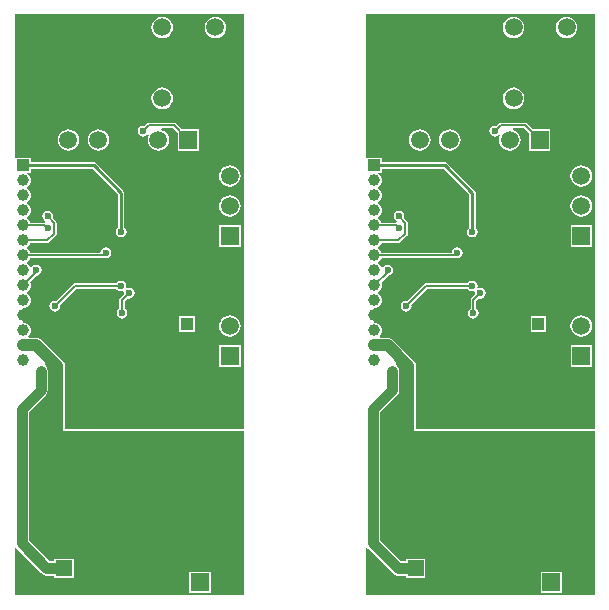
<source format=gbl>
%FSLAX44Y44*%
%MOMM*%
G71*
G01*
G75*
G04 Layer_Physical_Order=2*
G04 Layer_Color=16711680*
%ADD10R,1.0000X0.9000*%
%ADD11R,1.0000X1.0000*%
%ADD12R,1.3000X1.5000*%
%ADD13O,2.1000X0.4500*%
G04:AMPARAMS|DCode=14|XSize=1.6mm|YSize=5.7mm|CornerRadius=0.08mm|HoleSize=0mm|Usage=FLASHONLY|Rotation=270.000|XOffset=0mm|YOffset=0mm|HoleType=Round|Shape=RoundedRectangle|*
%AMROUNDEDRECTD14*
21,1,1.6000,5.5400,0,0,270.0*
21,1,1.4400,5.7000,0,0,270.0*
1,1,0.1600,-2.7700,-0.7200*
1,1,0.1600,-2.7700,0.7200*
1,1,0.1600,2.7700,0.7200*
1,1,0.1600,2.7700,-0.7200*
%
%ADD14ROUNDEDRECTD14*%
G04:AMPARAMS|DCode=15|XSize=1.32mm|YSize=1.68mm|CornerRadius=0.066mm|HoleSize=0mm|Usage=FLASHONLY|Rotation=270.000|XOffset=0mm|YOffset=0mm|HoleType=Round|Shape=RoundedRectangle|*
%AMROUNDEDRECTD15*
21,1,1.3200,1.5480,0,0,270.0*
21,1,1.1880,1.6800,0,0,270.0*
1,1,0.1320,-0.7740,-0.5940*
1,1,0.1320,-0.7740,0.5940*
1,1,0.1320,0.7740,0.5940*
1,1,0.1320,0.7740,-0.5940*
%
%ADD15ROUNDEDRECTD15*%
G04:AMPARAMS|DCode=16|XSize=0.8mm|YSize=0.8mm|CornerRadius=0.04mm|HoleSize=0mm|Usage=FLASHONLY|Rotation=270.000|XOffset=0mm|YOffset=0mm|HoleType=Round|Shape=RoundedRectangle|*
%AMROUNDEDRECTD16*
21,1,0.8000,0.7200,0,0,270.0*
21,1,0.7200,0.8000,0,0,270.0*
1,1,0.0800,-0.3600,-0.3600*
1,1,0.0800,-0.3600,0.3600*
1,1,0.0800,0.3600,0.3600*
1,1,0.0800,0.3600,-0.3600*
%
%ADD16ROUNDEDRECTD16*%
%ADD17R,0.8000X1.0500*%
%ADD18R,1.1000X0.6500*%
%ADD19R,0.9000X1.0000*%
G04:AMPARAMS|DCode=20|XSize=0.45mm|YSize=1.45mm|CornerRadius=0.045mm|HoleSize=0mm|Usage=FLASHONLY|Rotation=270.000|XOffset=0mm|YOffset=0mm|HoleType=Round|Shape=RoundedRectangle|*
%AMROUNDEDRECTD20*
21,1,0.4500,1.3600,0,0,270.0*
21,1,0.3600,1.4500,0,0,270.0*
1,1,0.0900,-0.6800,-0.1800*
1,1,0.0900,-0.6800,0.1800*
1,1,0.0900,0.6800,0.1800*
1,1,0.0900,0.6800,-0.1800*
%
%ADD20ROUNDEDRECTD20*%
%ADD21R,1.0000X1.0000*%
G04:AMPARAMS|DCode=22|XSize=0.9mm|YSize=1mm|CornerRadius=0.045mm|HoleSize=0mm|Usage=FLASHONLY|Rotation=90.000|XOffset=0mm|YOffset=0mm|HoleType=Round|Shape=RoundedRectangle|*
%AMROUNDEDRECTD22*
21,1,0.9000,0.9100,0,0,90.0*
21,1,0.8100,1.0000,0,0,90.0*
1,1,0.0900,0.4550,0.4050*
1,1,0.0900,0.4550,-0.4050*
1,1,0.0900,-0.4550,-0.4050*
1,1,0.0900,-0.4550,0.4050*
%
%ADD22ROUNDEDRECTD22*%
%ADD23C,0.9000*%
%ADD24C,0.1524*%
%ADD25C,1.0000*%
%ADD26C,0.4000*%
%ADD27C,0.2540*%
%ADD28C,0.5000*%
%ADD29C,0.8000*%
%ADD30C,0.6000*%
%ADD31C,0.3000*%
%ADD32C,0.7000*%
%ADD33R,3.4000X0.6000*%
%ADD34R,1.8000X0.9000*%
%ADD35C,1.5000*%
%ADD36R,1.5000X1.5000*%
%ADD37R,1.5000X1.5000*%
%ADD38C,1.0000*%
%ADD39C,1.3500*%
%ADD40R,1.3500X1.3500*%
%ADD41C,0.6000*%
G36*
X778750Y702250D02*
Y644250D01*
X940750D01*
Y505250D01*
X746750D01*
Y545199D01*
X747965Y545568D01*
X748407Y544907D01*
X769407Y523907D01*
X769407D01*
X769407Y523907D01*
X769407D01*
X769407Y523907D01*
Y523907D01*
X769407Y523907D01*
Y523907D01*
X771400Y522576D01*
X773750Y522108D01*
X780476D01*
Y519976D01*
X797024D01*
Y536524D01*
X780476D01*
Y534392D01*
X776294D01*
X758892Y551794D01*
Y660706D01*
X773093Y674907D01*
X774425Y676900D01*
X774892Y679250D01*
Y687250D01*
Y695250D01*
X774425Y697600D01*
X773158Y699497D01*
X772187Y702084D01*
X772983Y703074D01*
X778750Y702250D01*
D02*
G37*
G36*
X940750Y645900D02*
X789330D01*
Y699250D01*
X789106Y700953D01*
X788449Y702540D01*
X787403Y703903D01*
X769713Y721593D01*
X768350Y722639D01*
X766763Y723296D01*
X765060Y723520D01*
X758727D01*
X758319Y724723D01*
X758663Y724987D01*
X759709Y726350D01*
X760366Y727937D01*
X760590Y729640D01*
X760366Y731343D01*
X759709Y732930D01*
X758663Y734293D01*
X757300Y735339D01*
X755713Y735996D01*
X754010Y736220D01*
X753750Y736448D01*
Y748232D01*
X754010Y748460D01*
X755713Y748684D01*
X757300Y749341D01*
X758663Y750387D01*
X759709Y751750D01*
X760366Y753337D01*
X760590Y755040D01*
X760366Y756743D01*
X759709Y758330D01*
X758663Y759693D01*
X757300Y760739D01*
X757261Y760755D01*
Y762025D01*
X757300Y762041D01*
X758663Y763087D01*
X759709Y764450D01*
X760366Y766037D01*
X760590Y767740D01*
X760366Y769443D01*
X759969Y770403D01*
X765616Y776050D01*
X766815Y776289D01*
X768312Y777288D01*
X769312Y778785D01*
X769663Y780550D01*
X769312Y782315D01*
X768312Y783812D01*
X766815Y784811D01*
X765050Y785163D01*
X763285Y784811D01*
X761788Y783812D01*
X761232Y782979D01*
X759968Y783104D01*
X759709Y783730D01*
X758663Y785093D01*
X757300Y786139D01*
X757261Y786155D01*
Y787425D01*
X757300Y787441D01*
X758663Y788487D01*
X759709Y789850D01*
X760106Y790809D01*
X821926D01*
X822549Y790933D01*
X824036Y790637D01*
X825801Y790988D01*
X827298Y791988D01*
X828298Y793485D01*
X828649Y795250D01*
X828298Y797015D01*
X827298Y798512D01*
X825801Y799511D01*
X824036Y799863D01*
X822271Y799511D01*
X820774Y798512D01*
X819774Y797015D01*
X819467Y795471D01*
X760106D01*
X759709Y796430D01*
X758663Y797793D01*
X757300Y798839D01*
X757261Y798855D01*
Y800125D01*
X757300Y800141D01*
X758663Y801187D01*
X759709Y802550D01*
X760106Y803509D01*
X774340D01*
X775232Y803687D01*
X775988Y804192D01*
X775988Y804192D01*
X775988Y804192D01*
X781684Y809888D01*
X782189Y810644D01*
X782367Y811536D01*
X782367Y811536D01*
X782367Y811536D01*
Y811536D01*
Y820964D01*
X782189Y821856D01*
X781684Y822612D01*
X779144Y825152D01*
X779363Y826250D01*
X779012Y828015D01*
X778012Y829512D01*
X776515Y830511D01*
X774750Y830863D01*
X772985Y830511D01*
X771488Y829512D01*
X770489Y828015D01*
X770137Y826250D01*
X770489Y824485D01*
X771488Y822988D01*
X772839Y822086D01*
X772470Y820871D01*
X760106D01*
X759709Y821830D01*
X758663Y823193D01*
X757300Y824239D01*
X757261Y824255D01*
Y825525D01*
X757300Y825541D01*
X758663Y826587D01*
X759709Y827950D01*
X760366Y829537D01*
X760590Y831240D01*
X760366Y832943D01*
X759709Y834530D01*
X758663Y835893D01*
X757300Y836939D01*
X757261Y836955D01*
Y838225D01*
X757300Y838241D01*
X758663Y839287D01*
X759709Y840650D01*
X760366Y842237D01*
X760590Y843940D01*
X760366Y845643D01*
X759709Y847230D01*
X758663Y848593D01*
X757300Y849639D01*
X757261Y849655D01*
Y850925D01*
X757300Y850941D01*
X758663Y851987D01*
X759709Y853350D01*
X760366Y854937D01*
X760590Y856640D01*
X760366Y858343D01*
X759709Y859930D01*
X758663Y861293D01*
X757300Y862339D01*
X757395Y862816D01*
X760534D01*
Y866491D01*
X812480D01*
X834101Y844870D01*
Y816588D01*
X833688Y816312D01*
X832689Y814815D01*
X832337Y813050D01*
X832689Y811285D01*
X833688Y809788D01*
X835185Y808789D01*
X836950Y808437D01*
X838715Y808789D01*
X840212Y809788D01*
X841211Y811285D01*
X841563Y813050D01*
X841211Y814815D01*
X840212Y816312D01*
X839799Y816588D01*
Y846050D01*
X839582Y847140D01*
X838964Y848064D01*
X838964Y848064D01*
X815674Y871354D01*
X814750Y871972D01*
X813660Y872189D01*
X813660Y872189D01*
X760534D01*
Y875864D01*
X747486D01*
X746750Y876600D01*
Y997250D01*
X940750D01*
Y645900D01*
D02*
G37*
%LPC*%
G36*
X836750Y771863D02*
X834985Y771512D01*
X833488Y770512D01*
X832866Y769581D01*
X797750D01*
X797006Y769433D01*
X796858Y769403D01*
X796102Y768898D01*
X781848Y754644D01*
X780750Y754863D01*
X778985Y754511D01*
X777488Y753512D01*
X776488Y752015D01*
X776137Y750250D01*
X776488Y748485D01*
X777488Y746988D01*
X778985Y745988D01*
X780750Y745637D01*
X782515Y745988D01*
X784012Y746988D01*
X785012Y748485D01*
X785363Y750250D01*
X785144Y751348D01*
X798715Y764919D01*
X832866D01*
X833488Y763988D01*
X834985Y762989D01*
X836750Y762637D01*
X838402Y762966D01*
X838788Y762580D01*
X839261Y761872D01*
X839137Y761250D01*
X839356Y760152D01*
X836102Y756898D01*
X835597Y756142D01*
X835419Y755250D01*
Y748134D01*
X834488Y747512D01*
X833488Y746015D01*
X833137Y744250D01*
X833488Y742485D01*
X834488Y740988D01*
X835985Y739988D01*
X837750Y739637D01*
X839515Y739988D01*
X841012Y740988D01*
X842011Y742485D01*
X842363Y744250D01*
X842011Y746015D01*
X841012Y747512D01*
X840081Y748134D01*
Y754285D01*
X842652Y756856D01*
X843750Y756637D01*
X845515Y756989D01*
X847012Y757988D01*
X848011Y759485D01*
X848363Y761250D01*
X848011Y763015D01*
X847012Y764512D01*
X845515Y765511D01*
X843750Y765863D01*
X842098Y765534D01*
X841712Y765920D01*
X841239Y766628D01*
X841363Y767250D01*
X841012Y769015D01*
X840012Y770512D01*
X838515Y771512D01*
X836750Y771863D01*
D02*
G37*
G36*
X938104Y818674D02*
X920056D01*
Y800626D01*
X938104D01*
Y818674D01*
D02*
G37*
G36*
X899264Y741654D02*
X886216D01*
Y728606D01*
X899264D01*
Y741654D01*
D02*
G37*
G36*
X912774Y525274D02*
X894726D01*
Y507226D01*
X912774D01*
Y525274D01*
D02*
G37*
G36*
X938104Y717074D02*
X920056D01*
Y699026D01*
X938104D01*
Y717074D01*
D02*
G37*
G36*
X929080Y742552D02*
X926724Y742242D01*
X924529Y741332D01*
X922644Y739886D01*
X921198Y738001D01*
X920288Y735806D01*
X919978Y733450D01*
X920288Y731094D01*
X921198Y728899D01*
X922644Y727014D01*
X924529Y725568D01*
X926724Y724658D01*
X929080Y724348D01*
X931436Y724658D01*
X933631Y725568D01*
X935516Y727014D01*
X936962Y728899D01*
X937872Y731094D01*
X938182Y733450D01*
X937872Y735806D01*
X936962Y738001D01*
X935516Y739886D01*
X933631Y741332D01*
X931436Y742242D01*
X929080Y742552D01*
D02*
G37*
G36*
X871750Y935352D02*
X869394Y935042D01*
X867199Y934132D01*
X865314Y932686D01*
X863868Y930801D01*
X862958Y928606D01*
X862648Y926250D01*
X862958Y923894D01*
X863868Y921699D01*
X865314Y919814D01*
X867199Y918368D01*
X869394Y917458D01*
X871750Y917148D01*
X874106Y917458D01*
X876301Y918368D01*
X878186Y919814D01*
X879632Y921699D01*
X880542Y923894D01*
X880852Y926250D01*
X880542Y928606D01*
X879632Y930801D01*
X878186Y932686D01*
X876301Y934132D01*
X874106Y935042D01*
X871750Y935352D01*
D02*
G37*
G36*
X881660Y905581D02*
X860750D01*
X859858Y905403D01*
X859102Y904898D01*
X856848Y902644D01*
X855750Y902863D01*
X853985Y902512D01*
X852488Y901512D01*
X851488Y900015D01*
X851137Y898250D01*
X851488Y896485D01*
X852488Y894988D01*
X853985Y893988D01*
X855750Y893637D01*
X857515Y893988D01*
X859012Y894988D01*
X859311Y895437D01*
X860431Y894838D01*
X859788Y893286D01*
X859478Y890930D01*
X859788Y888574D01*
X860698Y886379D01*
X862144Y884494D01*
X864029Y883048D01*
X866224Y882138D01*
X868580Y881828D01*
X870936Y882138D01*
X873131Y883048D01*
X875016Y884494D01*
X876462Y886379D01*
X877372Y888574D01*
X877682Y890930D01*
X877372Y893286D01*
X876462Y895481D01*
X875016Y897366D01*
X873131Y898812D01*
X871052Y899674D01*
X871300Y900919D01*
X880695D01*
X884956Y896658D01*
Y881906D01*
X903004D01*
Y899954D01*
X888252D01*
X883308Y904898D01*
X882552Y905403D01*
X881660Y905581D01*
D02*
G37*
G36*
X916750Y995352D02*
X914394Y995042D01*
X912199Y994133D01*
X910314Y992686D01*
X908868Y990801D01*
X907958Y988606D01*
X907648Y986250D01*
X907958Y983894D01*
X908868Y981699D01*
X910314Y979814D01*
X912199Y978368D01*
X914394Y977458D01*
X916750Y977148D01*
X919106Y977458D01*
X921301Y978368D01*
X923186Y979814D01*
X924632Y981699D01*
X925542Y983894D01*
X925852Y986250D01*
X925542Y988606D01*
X924632Y990801D01*
X923186Y992686D01*
X921301Y994133D01*
X919106Y995042D01*
X916750Y995352D01*
D02*
G37*
G36*
X871750D02*
X869394Y995042D01*
X867199Y994133D01*
X865314Y992686D01*
X863868Y990801D01*
X862958Y988606D01*
X862648Y986250D01*
X862958Y983894D01*
X863868Y981699D01*
X865314Y979814D01*
X867199Y978368D01*
X869394Y977458D01*
X871750Y977148D01*
X874106Y977458D01*
X876301Y978368D01*
X878186Y979814D01*
X879632Y981699D01*
X880542Y983894D01*
X880852Y986250D01*
X880542Y988606D01*
X879632Y990801D01*
X878186Y992686D01*
X876301Y994133D01*
X874106Y995042D01*
X871750Y995352D01*
D02*
G37*
G36*
X929080Y869552D02*
X926724Y869242D01*
X924529Y868333D01*
X922644Y866886D01*
X921198Y865001D01*
X920288Y862806D01*
X919978Y860450D01*
X920288Y858094D01*
X921198Y855899D01*
X922644Y854014D01*
X924529Y852568D01*
X926724Y851658D01*
X929080Y851348D01*
X931436Y851658D01*
X933631Y852568D01*
X935516Y854014D01*
X936962Y855899D01*
X937872Y858094D01*
X938182Y860450D01*
X937872Y862806D01*
X936962Y865001D01*
X935516Y866886D01*
X933631Y868333D01*
X931436Y869242D01*
X929080Y869552D01*
D02*
G37*
G36*
Y844152D02*
X926724Y843842D01*
X924529Y842933D01*
X922644Y841486D01*
X921198Y839601D01*
X920288Y837406D01*
X919978Y835050D01*
X920288Y832694D01*
X921198Y830499D01*
X922644Y828614D01*
X924529Y827168D01*
X926724Y826258D01*
X929080Y825948D01*
X931436Y826258D01*
X933631Y827168D01*
X935516Y828614D01*
X936962Y830499D01*
X937872Y832694D01*
X938182Y835050D01*
X937872Y837406D01*
X936962Y839601D01*
X935516Y841486D01*
X933631Y842933D01*
X931436Y843842D01*
X929080Y844152D01*
D02*
G37*
G36*
X817780Y900032D02*
X815424Y899722D01*
X813229Y898812D01*
X811344Y897366D01*
X809898Y895481D01*
X808988Y893286D01*
X808678Y890930D01*
X808988Y888574D01*
X809898Y886379D01*
X811344Y884494D01*
X813229Y883048D01*
X815424Y882138D01*
X817780Y881828D01*
X820136Y882138D01*
X822331Y883048D01*
X824216Y884494D01*
X825662Y886379D01*
X826572Y888574D01*
X826882Y890930D01*
X826572Y893286D01*
X825662Y895481D01*
X824216Y897366D01*
X822331Y898812D01*
X820136Y899722D01*
X817780Y900032D01*
D02*
G37*
G36*
X792380D02*
X790024Y899722D01*
X787829Y898812D01*
X785944Y897366D01*
X784498Y895481D01*
X783588Y893286D01*
X783278Y890930D01*
X783588Y888574D01*
X784498Y886379D01*
X785944Y884494D01*
X787829Y883048D01*
X790024Y882138D01*
X792380Y881828D01*
X794736Y882138D01*
X796931Y883048D01*
X798816Y884494D01*
X800262Y886379D01*
X801172Y888574D01*
X801482Y890930D01*
X801172Y893286D01*
X800262Y895481D01*
X798816Y897366D01*
X796931Y898812D01*
X794736Y899722D01*
X792380Y900032D01*
D02*
G37*
%LPD*%
G36*
X1076250Y702250D02*
Y644250D01*
X1238250D01*
Y505250D01*
X1044250D01*
Y545199D01*
X1045465Y545568D01*
X1045907Y544907D01*
X1066907Y523907D01*
X1066907D01*
X1066907Y523907D01*
X1066907D01*
X1066907Y523907D01*
Y523907D01*
X1066907Y523907D01*
Y523907D01*
X1068900Y522576D01*
X1071250Y522108D01*
X1077976D01*
Y519976D01*
X1094524D01*
Y536524D01*
X1077976D01*
Y534392D01*
X1073794D01*
X1056392Y551794D01*
Y660706D01*
X1070593Y674907D01*
X1071924Y676900D01*
X1072392Y679250D01*
Y687250D01*
Y695250D01*
X1071924Y697600D01*
X1070658Y699497D01*
X1069687Y702084D01*
X1070483Y703074D01*
X1076250Y702250D01*
D02*
G37*
G36*
X1238250Y645900D02*
X1086830D01*
Y699250D01*
X1086606Y700953D01*
X1085949Y702540D01*
X1084903Y703903D01*
X1067213Y721593D01*
X1065850Y722639D01*
X1064263Y723296D01*
X1062560Y723520D01*
X1056227D01*
X1055819Y724723D01*
X1056163Y724987D01*
X1057209Y726350D01*
X1057866Y727937D01*
X1058090Y729640D01*
X1057866Y731343D01*
X1057209Y732930D01*
X1056163Y734293D01*
X1054800Y735339D01*
X1053213Y735996D01*
X1051510Y736220D01*
X1051250Y736448D01*
Y748232D01*
X1051510Y748460D01*
X1053213Y748684D01*
X1054800Y749341D01*
X1056163Y750387D01*
X1057209Y751750D01*
X1057866Y753337D01*
X1058090Y755040D01*
X1057866Y756743D01*
X1057209Y758330D01*
X1056163Y759693D01*
X1054800Y760739D01*
X1054761Y760755D01*
Y762025D01*
X1054800Y762041D01*
X1056163Y763087D01*
X1057209Y764450D01*
X1057866Y766037D01*
X1058090Y767740D01*
X1057866Y769443D01*
X1057469Y770403D01*
X1063116Y776050D01*
X1064315Y776289D01*
X1065812Y777288D01*
X1066812Y778785D01*
X1067163Y780550D01*
X1066812Y782315D01*
X1065812Y783812D01*
X1064315Y784811D01*
X1062550Y785163D01*
X1060785Y784811D01*
X1059288Y783812D01*
X1058732Y782979D01*
X1057468Y783104D01*
X1057209Y783730D01*
X1056163Y785093D01*
X1054800Y786139D01*
X1054761Y786155D01*
Y787425D01*
X1054800Y787441D01*
X1056163Y788487D01*
X1057209Y789850D01*
X1057606Y790809D01*
X1119426D01*
X1120049Y790933D01*
X1121536Y790637D01*
X1123301Y790988D01*
X1124798Y791988D01*
X1125798Y793485D01*
X1126149Y795250D01*
X1125798Y797015D01*
X1124798Y798512D01*
X1123301Y799511D01*
X1121536Y799863D01*
X1119771Y799511D01*
X1118274Y798512D01*
X1117274Y797015D01*
X1116967Y795471D01*
X1057606D01*
X1057209Y796430D01*
X1056163Y797793D01*
X1054800Y798839D01*
X1054761Y798855D01*
Y800125D01*
X1054800Y800141D01*
X1056163Y801187D01*
X1057209Y802550D01*
X1057606Y803509D01*
X1071840D01*
X1072732Y803687D01*
X1073488Y804192D01*
X1073488Y804192D01*
X1073488Y804192D01*
X1079184Y809888D01*
X1079689Y810644D01*
X1079867Y811536D01*
X1079867Y811536D01*
X1079867Y811536D01*
Y811536D01*
Y820964D01*
X1079689Y821856D01*
X1079184Y822612D01*
X1076644Y825152D01*
X1076863Y826250D01*
X1076512Y828015D01*
X1075512Y829512D01*
X1074015Y830511D01*
X1072250Y830863D01*
X1070485Y830511D01*
X1068988Y829512D01*
X1067989Y828015D01*
X1067637Y826250D01*
X1067989Y824485D01*
X1068988Y822988D01*
X1070339Y822086D01*
X1069970Y820871D01*
X1057606D01*
X1057209Y821830D01*
X1056163Y823193D01*
X1054800Y824239D01*
X1054761Y824255D01*
Y825525D01*
X1054800Y825541D01*
X1056163Y826587D01*
X1057209Y827950D01*
X1057866Y829537D01*
X1058090Y831240D01*
X1057866Y832943D01*
X1057209Y834530D01*
X1056163Y835893D01*
X1054800Y836939D01*
X1054761Y836955D01*
Y838225D01*
X1054800Y838241D01*
X1056163Y839287D01*
X1057209Y840650D01*
X1057866Y842237D01*
X1058090Y843940D01*
X1057866Y845643D01*
X1057209Y847230D01*
X1056163Y848593D01*
X1054800Y849639D01*
X1054761Y849655D01*
Y850925D01*
X1054800Y850941D01*
X1056163Y851987D01*
X1057209Y853350D01*
X1057866Y854937D01*
X1058090Y856640D01*
X1057866Y858343D01*
X1057209Y859930D01*
X1056163Y861293D01*
X1054800Y862339D01*
X1054895Y862816D01*
X1058034D01*
Y866491D01*
X1109980D01*
X1131601Y844870D01*
Y816588D01*
X1131188Y816312D01*
X1130189Y814815D01*
X1129837Y813050D01*
X1130189Y811285D01*
X1131188Y809788D01*
X1132685Y808789D01*
X1134450Y808437D01*
X1136215Y808789D01*
X1137712Y809788D01*
X1138711Y811285D01*
X1139063Y813050D01*
X1138711Y814815D01*
X1137712Y816312D01*
X1137299Y816588D01*
Y846050D01*
X1137082Y847140D01*
X1136464Y848064D01*
X1136464Y848064D01*
X1113174Y871354D01*
X1112250Y871972D01*
X1111160Y872189D01*
X1111160Y872189D01*
X1058034D01*
Y875864D01*
X1044986D01*
X1044250Y876600D01*
Y997250D01*
X1238250D01*
Y645900D01*
D02*
G37*
%LPC*%
G36*
X1134250Y771863D02*
X1132485Y771512D01*
X1130988Y770512D01*
X1130366Y769581D01*
X1095250D01*
X1094506Y769433D01*
X1094358Y769403D01*
X1093602Y768898D01*
X1079348Y754644D01*
X1078250Y754863D01*
X1076485Y754511D01*
X1074988Y753512D01*
X1073988Y752015D01*
X1073637Y750250D01*
X1073988Y748485D01*
X1074988Y746988D01*
X1076485Y745988D01*
X1078250Y745637D01*
X1080015Y745988D01*
X1081512Y746988D01*
X1082512Y748485D01*
X1082863Y750250D01*
X1082644Y751348D01*
X1096215Y764919D01*
X1130366D01*
X1130988Y763988D01*
X1132485Y762989D01*
X1134250Y762637D01*
X1135902Y762966D01*
X1136288Y762580D01*
X1136761Y761872D01*
X1136637Y761250D01*
X1136856Y760152D01*
X1133602Y756898D01*
X1133097Y756142D01*
X1132919Y755250D01*
Y748134D01*
X1131988Y747512D01*
X1130988Y746015D01*
X1130637Y744250D01*
X1130988Y742485D01*
X1131988Y740988D01*
X1133485Y739988D01*
X1135250Y739637D01*
X1137015Y739988D01*
X1138512Y740988D01*
X1139511Y742485D01*
X1139863Y744250D01*
X1139511Y746015D01*
X1138512Y747512D01*
X1137581Y748134D01*
Y754285D01*
X1140152Y756856D01*
X1141250Y756637D01*
X1143015Y756989D01*
X1144512Y757988D01*
X1145511Y759485D01*
X1145863Y761250D01*
X1145511Y763015D01*
X1144512Y764512D01*
X1143015Y765511D01*
X1141250Y765863D01*
X1139598Y765534D01*
X1139212Y765920D01*
X1138739Y766628D01*
X1138863Y767250D01*
X1138512Y769015D01*
X1137512Y770512D01*
X1136015Y771512D01*
X1134250Y771863D01*
D02*
G37*
G36*
X1235604Y818674D02*
X1217556D01*
Y800626D01*
X1235604D01*
Y818674D01*
D02*
G37*
G36*
X1196764Y741654D02*
X1183716D01*
Y728606D01*
X1196764D01*
Y741654D01*
D02*
G37*
G36*
X1210274Y525274D02*
X1192226D01*
Y507226D01*
X1210274D01*
Y525274D01*
D02*
G37*
G36*
X1235604Y717074D02*
X1217556D01*
Y699026D01*
X1235604D01*
Y717074D01*
D02*
G37*
G36*
X1226580Y742552D02*
X1224224Y742242D01*
X1222029Y741332D01*
X1220144Y739886D01*
X1218698Y738001D01*
X1217788Y735806D01*
X1217478Y733450D01*
X1217788Y731094D01*
X1218698Y728899D01*
X1220144Y727014D01*
X1222029Y725568D01*
X1224224Y724658D01*
X1226580Y724348D01*
X1228936Y724658D01*
X1231131Y725568D01*
X1233016Y727014D01*
X1234462Y728899D01*
X1235372Y731094D01*
X1235682Y733450D01*
X1235372Y735806D01*
X1234462Y738001D01*
X1233016Y739886D01*
X1231131Y741332D01*
X1228936Y742242D01*
X1226580Y742552D01*
D02*
G37*
G36*
X1169250Y935352D02*
X1166894Y935042D01*
X1164699Y934132D01*
X1162814Y932686D01*
X1161368Y930801D01*
X1160458Y928606D01*
X1160148Y926250D01*
X1160458Y923894D01*
X1161368Y921699D01*
X1162814Y919814D01*
X1164699Y918368D01*
X1166894Y917458D01*
X1169250Y917148D01*
X1171606Y917458D01*
X1173801Y918368D01*
X1175686Y919814D01*
X1177132Y921699D01*
X1178042Y923894D01*
X1178352Y926250D01*
X1178042Y928606D01*
X1177132Y930801D01*
X1175686Y932686D01*
X1173801Y934132D01*
X1171606Y935042D01*
X1169250Y935352D01*
D02*
G37*
G36*
X1179160Y905581D02*
X1158250D01*
X1157358Y905403D01*
X1156602Y904898D01*
X1154348Y902644D01*
X1153250Y902863D01*
X1151485Y902512D01*
X1149988Y901512D01*
X1148988Y900015D01*
X1148637Y898250D01*
X1148988Y896485D01*
X1149988Y894988D01*
X1151485Y893988D01*
X1153250Y893637D01*
X1155015Y893988D01*
X1156512Y894988D01*
X1156811Y895437D01*
X1157931Y894838D01*
X1157288Y893286D01*
X1156978Y890930D01*
X1157288Y888574D01*
X1158198Y886379D01*
X1159644Y884494D01*
X1161529Y883048D01*
X1163724Y882138D01*
X1166080Y881828D01*
X1168436Y882138D01*
X1170631Y883048D01*
X1172516Y884494D01*
X1173962Y886379D01*
X1174872Y888574D01*
X1175182Y890930D01*
X1174872Y893286D01*
X1173962Y895481D01*
X1172516Y897366D01*
X1170631Y898812D01*
X1168552Y899674D01*
X1168800Y900919D01*
X1178195D01*
X1182456Y896658D01*
Y881906D01*
X1200504D01*
Y899954D01*
X1185752D01*
X1180808Y904898D01*
X1180052Y905403D01*
X1179160Y905581D01*
D02*
G37*
G36*
X1214250Y995352D02*
X1211894Y995042D01*
X1209699Y994133D01*
X1207814Y992686D01*
X1206368Y990801D01*
X1205458Y988606D01*
X1205148Y986250D01*
X1205458Y983894D01*
X1206368Y981699D01*
X1207814Y979814D01*
X1209699Y978368D01*
X1211894Y977458D01*
X1214250Y977148D01*
X1216606Y977458D01*
X1218801Y978368D01*
X1220686Y979814D01*
X1222132Y981699D01*
X1223042Y983894D01*
X1223352Y986250D01*
X1223042Y988606D01*
X1222132Y990801D01*
X1220686Y992686D01*
X1218801Y994133D01*
X1216606Y995042D01*
X1214250Y995352D01*
D02*
G37*
G36*
X1169250D02*
X1166894Y995042D01*
X1164699Y994133D01*
X1162814Y992686D01*
X1161368Y990801D01*
X1160458Y988606D01*
X1160148Y986250D01*
X1160458Y983894D01*
X1161368Y981699D01*
X1162814Y979814D01*
X1164699Y978368D01*
X1166894Y977458D01*
X1169250Y977148D01*
X1171606Y977458D01*
X1173801Y978368D01*
X1175686Y979814D01*
X1177132Y981699D01*
X1178042Y983894D01*
X1178352Y986250D01*
X1178042Y988606D01*
X1177132Y990801D01*
X1175686Y992686D01*
X1173801Y994133D01*
X1171606Y995042D01*
X1169250Y995352D01*
D02*
G37*
G36*
X1226580Y869552D02*
X1224224Y869242D01*
X1222029Y868333D01*
X1220144Y866886D01*
X1218698Y865001D01*
X1217788Y862806D01*
X1217478Y860450D01*
X1217788Y858094D01*
X1218698Y855899D01*
X1220144Y854014D01*
X1222029Y852568D01*
X1224224Y851658D01*
X1226580Y851348D01*
X1228936Y851658D01*
X1231131Y852568D01*
X1233016Y854014D01*
X1234462Y855899D01*
X1235372Y858094D01*
X1235682Y860450D01*
X1235372Y862806D01*
X1234462Y865001D01*
X1233016Y866886D01*
X1231131Y868333D01*
X1228936Y869242D01*
X1226580Y869552D01*
D02*
G37*
G36*
Y844152D02*
X1224224Y843842D01*
X1222029Y842933D01*
X1220144Y841486D01*
X1218698Y839601D01*
X1217788Y837406D01*
X1217478Y835050D01*
X1217788Y832694D01*
X1218698Y830499D01*
X1220144Y828614D01*
X1222029Y827168D01*
X1224224Y826258D01*
X1226580Y825948D01*
X1228936Y826258D01*
X1231131Y827168D01*
X1233016Y828614D01*
X1234462Y830499D01*
X1235372Y832694D01*
X1235682Y835050D01*
X1235372Y837406D01*
X1234462Y839601D01*
X1233016Y841486D01*
X1231131Y842933D01*
X1228936Y843842D01*
X1226580Y844152D01*
D02*
G37*
G36*
X1115280Y900032D02*
X1112924Y899722D01*
X1110729Y898812D01*
X1108844Y897366D01*
X1107398Y895481D01*
X1106488Y893286D01*
X1106178Y890930D01*
X1106488Y888574D01*
X1107398Y886379D01*
X1108844Y884494D01*
X1110729Y883048D01*
X1112924Y882138D01*
X1115280Y881828D01*
X1117636Y882138D01*
X1119831Y883048D01*
X1121716Y884494D01*
X1123162Y886379D01*
X1124072Y888574D01*
X1124382Y890930D01*
X1124072Y893286D01*
X1123162Y895481D01*
X1121716Y897366D01*
X1119831Y898812D01*
X1117636Y899722D01*
X1115280Y900032D01*
D02*
G37*
G36*
X1089880D02*
X1087524Y899722D01*
X1085329Y898812D01*
X1083444Y897366D01*
X1081998Y895481D01*
X1081088Y893286D01*
X1080778Y890930D01*
X1081088Y888574D01*
X1081998Y886379D01*
X1083444Y884494D01*
X1085329Y883048D01*
X1087524Y882138D01*
X1089880Y881828D01*
X1092236Y882138D01*
X1094431Y883048D01*
X1096316Y884494D01*
X1097762Y886379D01*
X1098672Y888574D01*
X1098982Y890930D01*
X1098672Y893286D01*
X1097762Y895481D01*
X1096316Y897366D01*
X1094431Y898812D01*
X1092236Y899722D01*
X1089880Y900032D01*
D02*
G37*
%LPD*%
D21*
X892740Y735130D02*
D03*
X754010Y869340D02*
D03*
X1190240Y735130D02*
D03*
X1051510Y869340D02*
D03*
D23*
X752750Y663250D02*
X768750Y679250D01*
Y687250D01*
Y695250D01*
X752750Y549250D02*
Y663250D01*
Y549250D02*
X773750Y528250D01*
X788750D01*
X1050250Y663250D02*
X1066250Y679250D01*
Y687250D01*
Y695250D01*
X1050250Y549250D02*
Y663250D01*
Y549250D02*
X1071250Y528250D01*
X1086250D01*
D24*
X881660Y903250D02*
X893980Y890930D01*
X860750Y903250D02*
X881660D01*
X855750Y898250D02*
X860750Y903250D01*
X821926Y793140D02*
X824036Y795250D01*
X754010Y793140D02*
X821926D01*
X765050Y778780D02*
Y780550D01*
X754010Y767740D02*
X765050Y778780D01*
X754010Y818540D02*
X772750D01*
X754010Y805840D02*
X774340D01*
X772750Y818250D02*
Y818540D01*
X780036Y811536D02*
Y820964D01*
X774340Y805840D02*
X780036Y811536D01*
X774750Y826250D02*
X780036Y820964D01*
X837750Y744250D02*
Y755250D01*
X843750Y761250D01*
X797750Y767250D02*
X836750D01*
X780750Y750250D02*
X797750Y767250D01*
X1179160Y903250D02*
X1191480Y890930D01*
X1158250Y903250D02*
X1179160D01*
X1153250Y898250D02*
X1158250Y903250D01*
X1119426Y793140D02*
X1121536Y795250D01*
X1051510Y793140D02*
X1119426D01*
X1062550Y778780D02*
Y780550D01*
X1051510Y767740D02*
X1062550Y778780D01*
X1051510Y818540D02*
X1070250D01*
X1051510Y805840D02*
X1071840D01*
X1070250Y818250D02*
Y818540D01*
X1077536Y811536D02*
Y820964D01*
X1071840Y805840D02*
X1077536Y811536D01*
X1072250Y826250D02*
X1077536Y820964D01*
X1135250Y744250D02*
Y755250D01*
X1141250Y761250D01*
X1095250Y767250D02*
X1134250D01*
X1078250Y750250D02*
X1095250Y767250D01*
D25*
X754010Y716940D02*
X765060D01*
X782750Y699250D01*
Y589250D02*
Y699250D01*
X1051510Y716940D02*
X1062560D01*
X1080250Y699250D01*
Y589250D02*
Y699250D01*
D27*
X836950Y813050D02*
Y846050D01*
X813660Y869340D02*
X836950Y846050D01*
X754010Y869340D02*
X813660D01*
X1134450Y813050D02*
Y846050D01*
X1111160Y869340D02*
X1134450Y846050D01*
X1051510Y869340D02*
X1111160D01*
D35*
X929150Y516250D02*
D03*
X916750Y926250D02*
D03*
Y986250D02*
D03*
X871750Y926250D02*
D03*
Y986250D02*
D03*
X929080Y860450D02*
D03*
Y835050D02*
D03*
Y758850D02*
D03*
Y733450D02*
D03*
X868580Y890930D02*
D03*
X843180D02*
D03*
X817780D02*
D03*
X792380D02*
D03*
X1226650Y516250D02*
D03*
X1214250Y926250D02*
D03*
Y986250D02*
D03*
X1169250Y926250D02*
D03*
Y986250D02*
D03*
X1226580Y860450D02*
D03*
Y835050D02*
D03*
Y758850D02*
D03*
Y733450D02*
D03*
X1166080Y890930D02*
D03*
X1140680D02*
D03*
X1115280D02*
D03*
X1089880D02*
D03*
D36*
X903750Y516250D02*
D03*
X893980Y890930D02*
D03*
X1201250Y516250D02*
D03*
X1191480Y890930D02*
D03*
D37*
X929080Y809650D02*
D03*
Y708050D02*
D03*
X1226580Y809650D02*
D03*
Y708050D02*
D03*
D38*
X892740Y722430D02*
D03*
X754010Y856640D02*
D03*
Y843940D02*
D03*
Y831240D02*
D03*
Y818540D02*
D03*
Y805840D02*
D03*
Y793140D02*
D03*
Y780440D02*
D03*
Y767740D02*
D03*
Y755040D02*
D03*
Y742340D02*
D03*
Y729640D02*
D03*
Y716940D02*
D03*
Y704240D02*
D03*
X1190240Y722430D02*
D03*
X1051510Y856640D02*
D03*
Y843940D02*
D03*
Y831240D02*
D03*
Y818540D02*
D03*
Y805840D02*
D03*
Y793140D02*
D03*
Y780440D02*
D03*
Y767740D02*
D03*
Y755040D02*
D03*
Y742340D02*
D03*
Y729640D02*
D03*
Y716940D02*
D03*
Y704240D02*
D03*
D39*
X808750Y528250D02*
D03*
X1106250D02*
D03*
D40*
X788750D02*
D03*
X1086250D02*
D03*
D41*
X910750Y541250D02*
D03*
X890750D02*
D03*
X855750Y898250D02*
D03*
X824036Y795250D02*
D03*
X795750Y591250D02*
D03*
Y581250D02*
D03*
Y600250D02*
D03*
X765050Y780550D02*
D03*
X774750Y816250D02*
D03*
Y826250D02*
D03*
X836950Y813050D02*
D03*
X837750Y744250D02*
D03*
X843750Y761250D02*
D03*
X836750Y767250D02*
D03*
X780750Y750250D02*
D03*
X768750Y687250D02*
D03*
Y679250D02*
D03*
Y695250D02*
D03*
X926750Y612250D02*
D03*
Y592250D02*
D03*
Y572250D02*
D03*
Y552250D02*
D03*
X870750Y539250D02*
D03*
X807750Y551250D02*
D03*
X837750D02*
D03*
X822750D02*
D03*
Y536250D02*
D03*
X766750Y553250D02*
D03*
X776750Y542250D02*
D03*
X822750Y581250D02*
D03*
X842750D02*
D03*
X862750D02*
D03*
X882750D02*
D03*
X902750D02*
D03*
X818750Y619250D02*
D03*
X777750Y630250D02*
D03*
X926750Y632250D02*
D03*
X763750Y522250D02*
D03*
X813750Y682250D02*
D03*
X891750Y685250D02*
D03*
X834750Y721250D02*
D03*
Y736250D02*
D03*
X838750Y684250D02*
D03*
X916750Y791250D02*
D03*
X777750Y799250D02*
D03*
X883750Y831250D02*
D03*
X916750Y666250D02*
D03*
X906750Y656250D02*
D03*
X886750D02*
D03*
X866750D02*
D03*
X846750D02*
D03*
X926750Y676250D02*
D03*
Y656250D02*
D03*
X769750Y743250D02*
D03*
X880750Y753250D02*
D03*
X905750D02*
D03*
X899750Y815250D02*
D03*
X841750Y803250D02*
D03*
Y783250D02*
D03*
X820750Y908250D02*
D03*
X763750Y982250D02*
D03*
Y952250D02*
D03*
Y922250D02*
D03*
Y892250D02*
D03*
X843750Y982250D02*
D03*
X923750Y952250D02*
D03*
X893750D02*
D03*
X863750D02*
D03*
X893750Y912250D02*
D03*
X923750Y882250D02*
D03*
X899750Y873250D02*
D03*
X833750Y952250D02*
D03*
X785750Y854250D02*
D03*
X794750Y655250D02*
D03*
X906750Y636250D02*
D03*
X886750D02*
D03*
X866750D02*
D03*
X846750D02*
D03*
X1208250Y541250D02*
D03*
X1188250D02*
D03*
X1153250Y898250D02*
D03*
X1121536Y795250D02*
D03*
X1093250Y591250D02*
D03*
Y581250D02*
D03*
Y600250D02*
D03*
X1062550Y780550D02*
D03*
X1072250Y816250D02*
D03*
Y826250D02*
D03*
X1134450Y813050D02*
D03*
X1135250Y744250D02*
D03*
X1141250Y761250D02*
D03*
X1134250Y767250D02*
D03*
X1078250Y750250D02*
D03*
X1066250Y687250D02*
D03*
Y679250D02*
D03*
Y695250D02*
D03*
X1224250Y612250D02*
D03*
Y592250D02*
D03*
Y572250D02*
D03*
Y552250D02*
D03*
X1168250Y539250D02*
D03*
X1105250Y551250D02*
D03*
X1135250D02*
D03*
X1120250D02*
D03*
Y536250D02*
D03*
X1064250Y553250D02*
D03*
X1074250Y542250D02*
D03*
X1120250Y581250D02*
D03*
X1140250D02*
D03*
X1160250D02*
D03*
X1180250D02*
D03*
X1200250D02*
D03*
X1116250Y619250D02*
D03*
X1075250Y630250D02*
D03*
X1224250Y632250D02*
D03*
X1061250Y522250D02*
D03*
X1111250Y682250D02*
D03*
X1189250Y685250D02*
D03*
X1132250Y721250D02*
D03*
Y736250D02*
D03*
X1136250Y684250D02*
D03*
X1214250Y791250D02*
D03*
X1075250Y799250D02*
D03*
X1181250Y831250D02*
D03*
X1214250Y666250D02*
D03*
X1204250Y656250D02*
D03*
X1184250D02*
D03*
X1164250D02*
D03*
X1144250D02*
D03*
X1224250Y676250D02*
D03*
Y656250D02*
D03*
X1067250Y743250D02*
D03*
X1178250Y753250D02*
D03*
X1203250D02*
D03*
X1197250Y815250D02*
D03*
X1139250Y803250D02*
D03*
Y783250D02*
D03*
X1118250Y908250D02*
D03*
X1061250Y982250D02*
D03*
Y952250D02*
D03*
Y922250D02*
D03*
Y892250D02*
D03*
X1141250Y982250D02*
D03*
X1221250Y952250D02*
D03*
X1191250D02*
D03*
X1161250D02*
D03*
X1191250Y912250D02*
D03*
X1221250Y882250D02*
D03*
X1197250Y873250D02*
D03*
X1131250Y952250D02*
D03*
X1083250Y854250D02*
D03*
X1092250Y655250D02*
D03*
X1204250Y636250D02*
D03*
X1184250D02*
D03*
X1164250D02*
D03*
X1144250D02*
D03*
M02*

</source>
